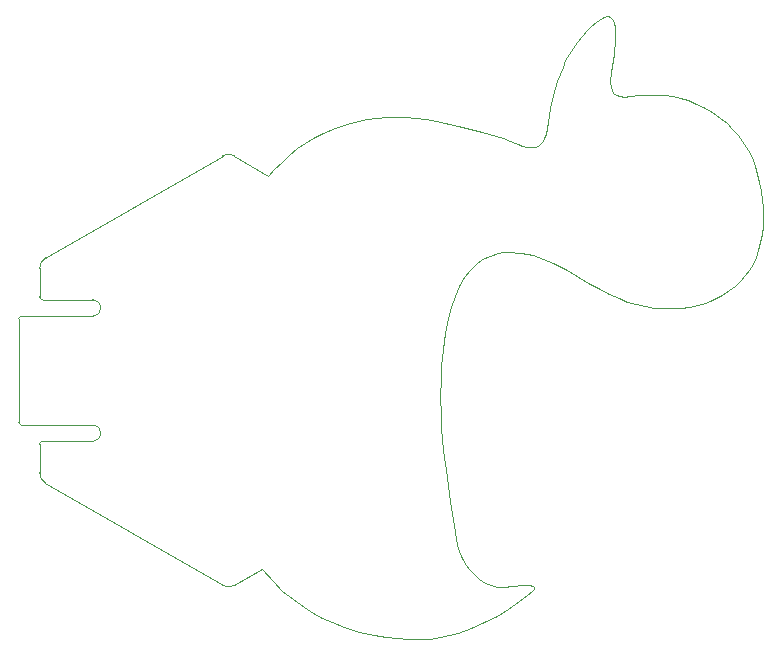
<source format=gm1>
G04 #@! TF.GenerationSoftware,KiCad,Pcbnew,8.0.1*
G04 #@! TF.CreationDate,2024-04-19T19:32:53+01:00*
G04 #@! TF.ProjectId,le-carnard-bleu,6c652d63-6172-46e6-9172-642d626c6575,rev?*
G04 #@! TF.SameCoordinates,Original*
G04 #@! TF.FileFunction,Profile,NP*
%FSLAX46Y46*%
G04 Gerber Fmt 4.6, Leading zero omitted, Abs format (unit mm)*
G04 Created by KiCad (PCBNEW 8.0.1) date 2024-04-19 19:32:53*
%MOMM*%
%LPD*%
G01*
G04 APERTURE LIST*
G04 #@! TA.AperFunction,Profile*
%ADD10C,0.050000*%
G04 #@! TD*
G04 #@! TA.AperFunction,Profile*
%ADD11C,0.100000*%
G04 #@! TD*
G04 APERTURE END LIST*
D10*
X140623617Y-119541866D02*
X139691740Y-120179146D01*
X135393119Y-79279272D02*
X137449955Y-79822536D01*
X159823455Y-81097876D02*
X160114289Y-81615010D01*
X160114289Y-81615010D02*
X160365898Y-82154972D01*
X160935030Y-84008576D02*
X161084871Y-84765795D01*
X135377573Y-114781737D02*
X135518741Y-115256469D01*
X132713384Y-78728232D02*
X133596035Y-78876028D01*
X141830281Y-118512736D02*
X141716378Y-118659196D01*
X148005754Y-69988864D02*
X148161682Y-69994217D01*
X121133504Y-81714753D02*
X121798879Y-81174826D01*
X128483534Y-78606746D02*
X129292107Y-78548654D01*
X142403811Y-80823807D02*
X142591911Y-80611017D01*
X140479458Y-80850482D02*
X140854111Y-80961569D01*
X138749145Y-120745477D02*
X137635026Y-121319117D01*
X148826214Y-76671052D02*
X149108463Y-76771662D01*
X148715938Y-71935381D02*
X148611941Y-73238103D01*
X148378609Y-74739882D02*
X148319923Y-75566704D01*
X100500000Y-90473725D02*
X115499995Y-81813472D01*
X158159123Y-79084124D02*
X158665967Y-79586701D01*
X155737945Y-94432324D02*
X155010907Y-94588408D01*
X160365898Y-82154972D02*
X160583249Y-82727437D01*
D11*
X100250000Y-94000000D02*
G75*
G02*
X100000000Y-93750000I0J250000D01*
G01*
D10*
X161234785Y-86160516D02*
X161248702Y-86926823D01*
X152227971Y-76641897D02*
X152920906Y-76686169D01*
X146313805Y-71192527D02*
X146716006Y-70793116D01*
X140869273Y-118175869D02*
X141455542Y-118161945D01*
X142745241Y-80323118D02*
X142868162Y-79953714D01*
X148173380Y-93506797D02*
X147271557Y-93041192D01*
X137483686Y-90585324D02*
X136914195Y-90987721D01*
X139856157Y-80572932D02*
X140210610Y-80731114D01*
X119749294Y-117850826D02*
X118872000Y-116840000D01*
X138253725Y-118189285D02*
X138757541Y-118305998D01*
X130973114Y-78556088D02*
X131837782Y-78621580D01*
X141868549Y-118299943D02*
X141880929Y-118393410D01*
X140742315Y-90031254D02*
X139709433Y-89977800D01*
X133872314Y-122590756D02*
X133027859Y-122693899D01*
X142868162Y-79953714D02*
X142965033Y-79496410D01*
X136366269Y-116805301D02*
X136666231Y-117144923D01*
X141251180Y-81043517D02*
X141587279Y-81075468D01*
X121419403Y-119348736D02*
X120547628Y-118627672D01*
X149108463Y-76771662D02*
X149480991Y-76810938D01*
X124793860Y-121314081D02*
X123944055Y-120939024D01*
X120547628Y-118627672D02*
X119749294Y-117850826D01*
X148622739Y-70559272D02*
X148687541Y-70925312D01*
X133928032Y-102144312D02*
X133946862Y-103644346D01*
X140036398Y-118262634D02*
X140869273Y-118175869D01*
X161026162Y-89108124D02*
X160841674Y-89772162D01*
X123944055Y-120939024D02*
X123173976Y-120530037D01*
X148297545Y-70048386D02*
X148416996Y-70150951D01*
X120482025Y-82309315D02*
X121133504Y-81714753D01*
X127701424Y-78706068D02*
X128483534Y-78606746D01*
X133946862Y-103644346D02*
X134003153Y-104862497D01*
X144676362Y-91513739D02*
X143480731Y-90895898D01*
X115499995Y-81813472D02*
G75*
G02*
X116499995Y-81813472I500000J-866022D01*
G01*
X159488433Y-80593897D02*
X159823455Y-81097876D01*
X159711402Y-91946534D02*
X159312684Y-92392233D01*
X148161682Y-69994217D02*
X148297545Y-70048386D01*
X156910829Y-78143486D02*
X157573117Y-78602329D01*
X100500000Y-109526269D02*
X115499995Y-118186522D01*
X160360321Y-90948985D02*
X160059092Y-91467338D01*
X152041919Y-94671767D02*
X151278706Y-94557108D01*
X150016434Y-76790374D02*
X150787432Y-76711470D01*
X145521859Y-72145447D02*
X146313805Y-71192527D01*
X161084871Y-84765795D02*
X161182482Y-85461641D01*
X135155778Y-113671331D02*
X135377573Y-114781737D01*
X157573117Y-78602329D02*
X158159123Y-79084124D01*
X134832146Y-94622627D02*
X134598346Y-95570893D01*
X152795594Y-94732176D02*
X152041919Y-94671767D01*
X143480731Y-90895898D02*
X142648452Y-90527553D01*
X141766631Y-90219756D02*
X140742315Y-90031254D01*
X147271557Y-93041192D02*
X146443575Y-92562705D01*
X137449955Y-79822536D02*
X139233475Y-80356317D01*
X134966417Y-112541260D02*
X135155778Y-113671331D01*
X134002822Y-99583558D02*
X133946680Y-100683637D01*
X150504804Y-94388146D02*
X149719062Y-94164831D01*
X149029172Y-93900888D02*
X148173380Y-93506797D01*
X100000000Y-93750000D02*
X100000000Y-91339750D01*
X135524966Y-92829094D02*
X135157403Y-93666768D01*
X160619659Y-90385813D02*
X160360321Y-90948985D01*
X143474880Y-76649692D02*
X143832645Y-75468907D01*
X147108304Y-70464006D02*
X147619086Y-70126286D01*
X142648452Y-90527553D02*
X142233724Y-90359727D01*
X146716006Y-70793116D02*
X147108304Y-70464006D01*
X161182482Y-85461641D02*
X161234785Y-86160516D01*
X137201424Y-117652026D02*
X137722398Y-117965150D01*
X139709433Y-89977800D02*
X139231632Y-90006639D01*
X135157403Y-93666768D02*
X134832146Y-94622627D01*
X160771305Y-83342080D02*
X160935030Y-84008576D01*
X148343990Y-75988779D02*
X148426194Y-76291281D01*
X138801912Y-90075146D02*
X138111835Y-90282381D01*
X152920906Y-76686169D02*
X153597715Y-76783535D01*
X126051068Y-79094031D02*
X126949660Y-78846635D01*
X156175139Y-77709768D02*
X156910829Y-78143486D01*
X125014559Y-79456269D02*
X126051068Y-79094031D01*
X133946680Y-100683637D02*
X133928032Y-102144312D01*
X135684722Y-115688203D02*
X135878988Y-116084928D01*
X130123261Y-78531774D02*
X130973114Y-78556088D01*
X122402162Y-120047691D02*
X121419403Y-119348736D01*
X146443575Y-92562705D02*
X144676362Y-91513739D01*
X100000000Y-91339750D02*
G75*
G02*
X100500021Y-90473762I1000000J-50D01*
G01*
X129301457Y-122553012D02*
X128285318Y-122379366D01*
X141297885Y-119038615D02*
X140623617Y-119541866D01*
X100000000Y-106250000D02*
X100000000Y-108660243D01*
X140210610Y-80731114D02*
X140479458Y-80850482D01*
X125804852Y-121694636D02*
X124793860Y-121314081D01*
X135878988Y-116084928D02*
X136105012Y-116454632D01*
X141905856Y-81049638D02*
X142176580Y-80967882D01*
X144282938Y-74270088D02*
X144523194Y-73747077D01*
X142233724Y-90359727D02*
X141766631Y-90219756D01*
X128285318Y-122379366D02*
X127058014Y-122100294D01*
X123173976Y-120530037D02*
X122402162Y-120047691D01*
X135938106Y-92105859D02*
X135524966Y-92829094D01*
X134737309Y-111136344D02*
X134966417Y-112541260D01*
X158665967Y-79586701D02*
X159104259Y-80093397D01*
X150787432Y-76711470D02*
X151517337Y-76650428D01*
X156300801Y-94273580D02*
X155737945Y-94432324D01*
X148581835Y-76507581D02*
X148826214Y-76671052D01*
X155547110Y-77397112D02*
X156175139Y-77709768D01*
X141455542Y-118161945D02*
X141793372Y-118231059D01*
X134598346Y-95570893D02*
X134365947Y-96810985D01*
X143210464Y-77809356D02*
X143474880Y-76649692D01*
X142965033Y-79496410D02*
X143040217Y-78944812D01*
X161151615Y-88439684D02*
X161026162Y-89108124D01*
X147826107Y-70032747D02*
X148005754Y-69988864D01*
X160583249Y-82727437D02*
X160771305Y-83342080D01*
X143832645Y-75468907D02*
X144282938Y-74270088D01*
X156790957Y-94094176D02*
X156300801Y-94273580D01*
X160841674Y-89772162D02*
X160619659Y-90385813D01*
X139233475Y-80356317D02*
X139856157Y-80572932D01*
X135518741Y-115256469D02*
X135684722Y-115688203D01*
X148416996Y-70150951D02*
X148523692Y-70301494D01*
X136400092Y-91493317D02*
X135938106Y-92105859D01*
X116499995Y-81813472D02*
X119360000Y-83510000D01*
X153540883Y-94738385D02*
X152795594Y-94732176D01*
D11*
X100000000Y-106250000D02*
G75*
G02*
X100250000Y-106000000I250000J0D01*
G01*
D10*
X141793372Y-118231059D02*
X141868549Y-118299943D01*
X144816794Y-73209167D02*
X145521859Y-72145447D01*
X144523194Y-73747077D02*
X144816794Y-73209167D01*
X151278706Y-94557108D02*
X150504804Y-94388146D01*
X133027859Y-122693899D02*
X132148025Y-122741709D01*
X154909245Y-77138715D02*
X155547110Y-77397112D01*
X140854111Y-80961569D02*
X141251180Y-81043517D01*
X141880929Y-118393410D02*
X141830281Y-118512736D01*
X158858369Y-92810096D02*
X158343889Y-93205784D01*
X148687541Y-70925312D02*
X148715938Y-71935381D01*
X142176580Y-80967882D02*
X142403811Y-80823807D01*
X147619086Y-70126286D02*
X147826107Y-70032747D01*
X141587279Y-81075468D02*
X141905856Y-81049638D01*
X100500000Y-109526268D02*
G75*
G02*
X99999963Y-108660243I500000J866068D01*
G01*
X161248702Y-86926823D02*
X161223855Y-87726148D01*
X134159316Y-98197130D02*
X134002822Y-99583558D01*
X123991575Y-79875858D02*
X125014559Y-79456269D01*
X141716378Y-118659196D02*
X141297885Y-119038615D01*
X119360000Y-83510000D02*
X119853879Y-82949405D01*
X127058014Y-122100294D02*
X125804852Y-121694636D01*
X142591911Y-80611017D02*
X142745241Y-80323118D01*
X139231632Y-90006639D02*
X138801912Y-90075146D01*
X155010907Y-94588408D02*
X154278937Y-94690445D01*
X136105012Y-116454632D02*
X136366269Y-116805301D01*
X137722398Y-117965150D02*
X138253725Y-118189285D01*
X138111835Y-90282381D02*
X137483686Y-90585324D01*
X134003153Y-104862497D02*
X134184065Y-106726100D01*
X134365947Y-96810985D02*
X134159316Y-98197130D01*
X148319923Y-75566704D02*
X148343990Y-75988779D01*
X129292107Y-78548654D02*
X130123261Y-78531774D01*
X116499995Y-118186522D02*
G75*
G02*
X115499995Y-118186522I-500000J866022D01*
G01*
X138757541Y-118305998D02*
X139322286Y-118326657D01*
X131233332Y-122734172D02*
X130284302Y-122671277D01*
X154278937Y-94690445D02*
X153540883Y-94738385D01*
X131837782Y-78621580D02*
X132713384Y-78728232D01*
X157261290Y-93872004D02*
X156790957Y-94094176D01*
X136666231Y-117144923D02*
X137201424Y-117652026D01*
X132148025Y-122741709D02*
X131233332Y-122734172D01*
X134452655Y-109007670D02*
X134737309Y-111136344D01*
X153597715Y-76783535D02*
X154259971Y-76934286D01*
X139322286Y-118326657D02*
X140036398Y-118262634D01*
X139691740Y-120179146D02*
X138749145Y-120745477D01*
X134184065Y-106726100D02*
X134452655Y-109007670D01*
X136914195Y-90987721D02*
X136400092Y-91493317D01*
X123133558Y-80295308D02*
X123991575Y-79875858D01*
X133596035Y-78876028D02*
X135393119Y-79279272D01*
X122468710Y-80698642D02*
X123133558Y-80295308D01*
X158343889Y-93205784D02*
X157764675Y-93584957D01*
X159104259Y-80093397D02*
X159488433Y-80593897D01*
X160059092Y-91467338D02*
X159711402Y-91946534D01*
X157764675Y-93584957D02*
X157261290Y-93872004D01*
X149480991Y-76810938D02*
X150016434Y-76790374D01*
X116499995Y-118186522D02*
X118872000Y-116840000D01*
X149719062Y-94164831D02*
X149029172Y-93900888D01*
X151517337Y-76650428D02*
X152227971Y-76641897D01*
X148426194Y-76291281D02*
X148581835Y-76507581D01*
X135453002Y-122218511D02*
X134680869Y-122432289D01*
X126949660Y-78846635D02*
X127701424Y-78706068D01*
X121798879Y-81174826D02*
X122468710Y-80698642D01*
X148611941Y-73238103D02*
X148378609Y-74739882D01*
X154259971Y-76934286D02*
X154909245Y-77138715D01*
X159312684Y-92392233D02*
X158858369Y-92810096D01*
X130284302Y-122671277D02*
X129301457Y-122553012D01*
X136489579Y-121832612D02*
X135453002Y-122218511D01*
X148523692Y-70301494D02*
X148622739Y-70559272D01*
X161223855Y-87726148D02*
X161151615Y-88439684D01*
X134680869Y-122432289D02*
X133872314Y-122590756D01*
X119853879Y-82949405D02*
X120482025Y-82309315D01*
X143040217Y-78944812D02*
X143210464Y-77809356D01*
X137635026Y-121319117D02*
X136489579Y-121832612D01*
X98250000Y-104400000D02*
X98250000Y-95600000D01*
X104500000Y-94000000D02*
X100250000Y-94000000D01*
X104500000Y-95400000D02*
X98450000Y-95400000D01*
X104500000Y-104600000D02*
X98450000Y-104600000D01*
X104500000Y-106000000D02*
X100250000Y-106000000D01*
X98250000Y-95600000D02*
G75*
G02*
X98450000Y-95400000I200000J0D01*
G01*
X98450000Y-104600000D02*
G75*
G02*
X98250000Y-104400000I0J200000D01*
G01*
X104500000Y-94000000D02*
G75*
G02*
X105200000Y-94700000I0J-700000D01*
G01*
X104500000Y-104600000D02*
G75*
G02*
X105200000Y-105300000I0J-700000D01*
G01*
X105200000Y-94700000D02*
G75*
G02*
X104500000Y-95400000I-700000J0D01*
G01*
X105200000Y-105300000D02*
G75*
G02*
X104500000Y-106000000I-700000J0D01*
G01*
M02*

</source>
